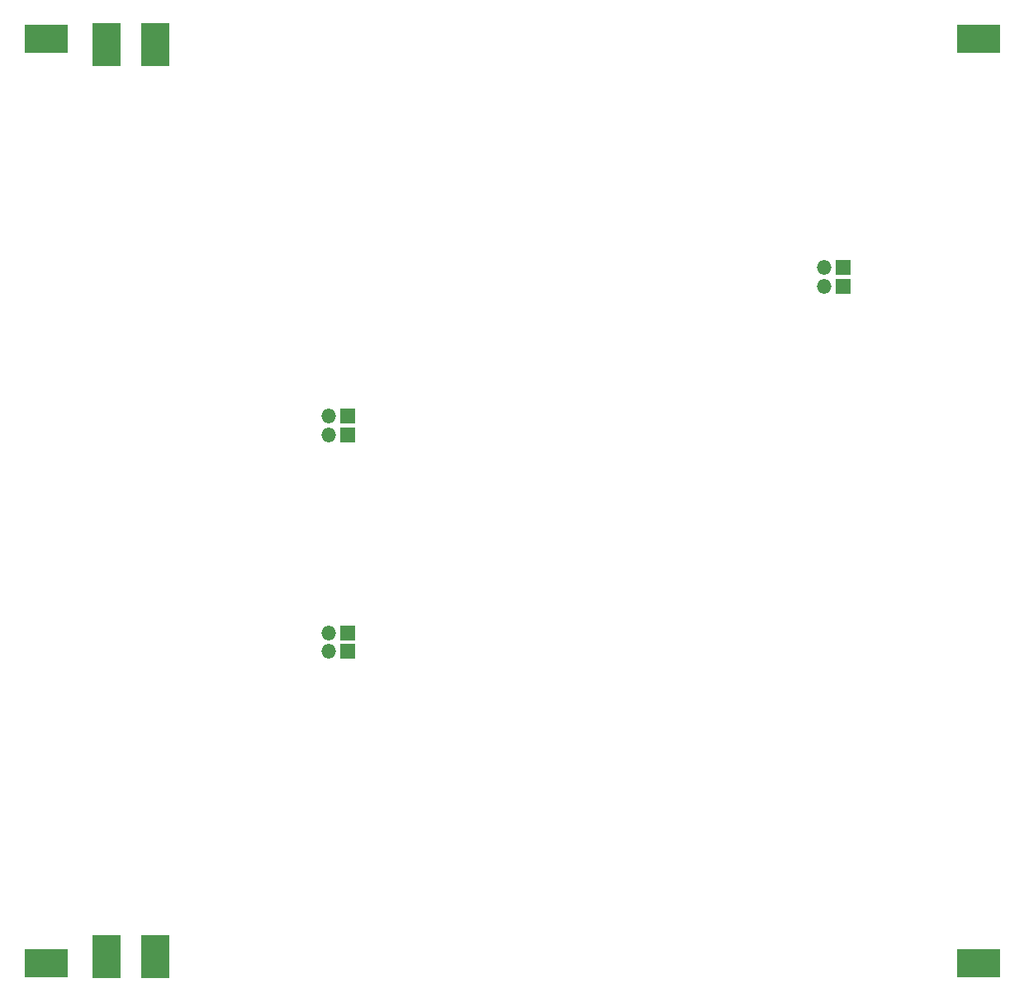
<source format=gtp>
G04 #@! TF.GenerationSoftware,KiCad,Pcbnew,(5.1.8)-1*
G04 #@! TF.CreationDate,2023-02-02T03:17:37+01:00*
G04 #@! TF.ProjectId,BulkyMIDI-32 Internal,42756c6b-794d-4494-9449-2d333220496e,rev?*
G04 #@! TF.SameCoordinates,Original*
G04 #@! TF.FileFunction,Paste,Top*
G04 #@! TF.FilePolarity,Positive*
%FSLAX46Y46*%
G04 Gerber Fmt 4.6, Leading zero omitted, Abs format (unit mm)*
G04 Created by KiCad (PCBNEW (5.1.8)-1) date 2023-02-02 03:17:37*
%MOMM*%
%LPD*%
G01*
G04 APERTURE LIST*
%ADD10O,1.500000X1.500000*%
%ADD11R,1.500000X1.500000*%
%ADD12R,3.000000X4.400000*%
%ADD13R,4.400000X3.000000*%
G04 APERTURE END LIST*
D10*
X132835000Y-92369000D03*
X132835000Y-94274000D03*
D11*
X134740000Y-92369000D03*
X134740000Y-94274000D03*
D10*
X183635000Y-77129000D03*
X183635000Y-79034000D03*
D11*
X185540000Y-77129000D03*
X185540000Y-79034000D03*
D10*
X132835000Y-114594000D03*
X132835000Y-116499000D03*
D11*
X134740000Y-114594000D03*
X134740000Y-116499000D03*
D12*
X110000400Y-54284400D03*
X115004200Y-147807200D03*
X110000400Y-147807200D03*
D13*
X103802800Y-148493000D03*
D12*
X115004200Y-54284400D03*
D13*
X199408400Y-53624000D03*
X199408400Y-148493000D03*
X103802800Y-53624000D03*
M02*

</source>
